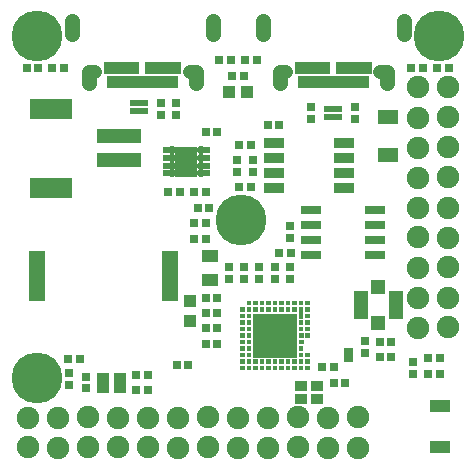
<source format=gts>
G04 ---------------------------- Layer name :TOP SOLDER LAYER*
G04 easyEDA 0.1*
G04 Scale: 100 percent, Rotated: No, Reflected: No *
G04 Dimensions in inches *
G04 leading zeros omitted , absolute positions ,2 integer and 4 * 
%FSLAX24Y24*%
%MOIN*%
G90*
G70D02*

%ADD11C,0.027290*%
%ADD12C,0.051307*%
%ADD13C,0.047370*%
%ADD18C,0.074929*%
%ADD20R,0.031620X0.027685*%
%ADD21R,0.027685X0.031620*%
%ADD22C,0.169420*%
%ADD24R,0.017450X0.017450*%
%ADD25R,0.147370X0.147370*%
%ADD26R,0.017450X0.039102*%
%ADD27R,0.017842X0.017842*%
%ADD28R,0.018630X0.020992*%
%ADD29R,0.039496X0.039496*%
%ADD30R,0.070992X0.031620*%
%ADD31R,0.070992X0.039496*%
%ADD32R,0.055240X0.043433*%
%ADD33R,0.047370X0.049339*%
%ADD34R,0.049339X0.094614*%
%ADD35R,0.041465X0.037527*%
%ADD36R,0.034772X0.021780*%
%ADD37R,0.072960X0.102490*%
%ADD38C,0.021780*%
%ADD40R,0.041465X0.033591*%
%ADD41R,0.067055X0.047370*%
%ADD42R,0.067842X0.033984*%
%ADD43R,0.141858X0.067055*%
%ADD44R,0.145790X0.047370*%
%ADD45R,0.019810X0.039496*%
%ADD46R,0.039496X0.043433*%
%ADD47R,0.055240X0.165480*%

%LPD*%
G54D11*
G01X5298Y24734D02*
G01X5298Y24734D01*
G01X5298Y24990D02*
G01X5298Y24990D01*
G01X5298Y25501D02*
G01X5298Y25501D01*
G01X5298Y25245D02*
G01X5298Y25245D01*
G01X6267Y24734D02*
G01X6267Y24734D01*
G01X6267Y24990D02*
G01X6267Y24990D01*
G01X6267Y25245D02*
G01X6267Y25245D01*
G01X6267Y25501D02*
G01X6267Y25501D01*
G54D12*
G01X13030Y29383D02*
G01X13030Y29816D01*
G01X8330Y29383D02*
G01X8330Y29816D01*
G01X12471Y27752D02*
G01X12471Y28126D01*
G54D13*
G01X12452Y28107D02*
G01X12255Y28107D01*
G54D12*
G01X8890Y27752D02*
G01X8890Y28126D01*
G54D13*
G01X9106Y28107D02*
G01X8909Y28107D01*
G54D12*
G01X6669Y29383D02*
G01X6669Y29816D01*
G01X1969Y29383D02*
G01X1969Y29816D01*
G01X6109Y27752D02*
G01X6109Y28126D01*
G54D13*
G01X6090Y28107D02*
G01X5893Y28107D01*
G54D12*
G01X2528Y27752D02*
G01X2528Y28126D01*
G54D13*
G01X2744Y28107D02*
G01X2547Y28107D01*
G54D18*
G01X14500Y25600D03*
G01X14500Y26600D03*
G01X13501Y26598D03*
G54D20*
G01X11732Y19152D03*
G01X11732Y18757D03*
G54D21*
G01X12225Y19130D03*
G01X12619Y19132D03*
G54D22*
G01X7598Y23198D03*
G54D21*
G01X6161Y23592D03*
G01X6555Y23592D03*
G01X7546Y24292D03*
G01X7940Y24294D03*
G01X12225Y18619D03*
G01X12619Y18621D03*
G01X13838Y18571D03*
G01X14232Y18573D03*
G01X13838Y18061D03*
G01X14232Y18061D03*
G54D20*
G01X13346Y18040D03*
G01X13344Y18434D03*
G54D24*
G01X9826Y19330D03*
G01X9609Y19332D03*
G01X9826Y19548D03*
G01X9826Y20415D03*
G01X9609Y19115D03*
G01X9826Y20198D03*
G01X9609Y20415D03*
G01X9826Y19982D03*
G01X9826Y19765D03*
G01X9609Y19765D03*
G01X9609Y19548D03*
G01X8961Y18248D03*
G01X8094Y18465D03*
G01X8094Y20415D03*
G01X8311Y20415D03*
G01X8526Y20415D03*
G01X8744Y20415D03*
G01X8961Y20415D03*
G01X9176Y20415D03*
G01X9394Y20415D03*
G01X8961Y20198D03*
G01X8744Y20198D03*
G01X8311Y20198D03*
G01X8526Y20198D03*
G01X9394Y20198D03*
G01X9176Y20198D03*
G01X8094Y20198D03*
G01X7878Y20415D03*
G01X7661Y20198D03*
G01X7878Y20198D03*
G01X7661Y19982D03*
G01X7878Y19982D03*
G01X7661Y19765D03*
G01X7878Y19765D03*
G01X7661Y19548D03*
G01X7878Y19548D03*
G01X7661Y19332D03*
G01X7878Y19332D03*
G01X7661Y19115D03*
G01X7878Y19115D03*
G01X7878Y18898D03*
G01X7661Y18898D03*
G01X7661Y18682D03*
G01X7878Y18682D03*
G01X7661Y18248D03*
G01X7878Y18465D03*
G01X7661Y18465D03*
G01X8094Y18248D03*
G01X7878Y18248D03*
G01X8311Y18248D03*
G01X8311Y18465D03*
G01X8526Y18248D03*
G01X8526Y18465D03*
G01X9826Y18682D03*
G01X8744Y18465D03*
G01X8744Y18248D03*
G01X9176Y18248D03*
G01X9394Y18248D03*
G01X9176Y18465D03*
G01X9394Y18465D03*
G01X9826Y18248D03*
G01X9609Y18248D03*
G01X9826Y18465D03*
G01X9609Y18465D03*
G01X9609Y18682D03*
G01X9609Y18898D03*
G01X8961Y18465D03*
G54D25*
G01X8744Y19332D03*
G54D26*
G01X9609Y20088D03*
G54D27*
G01X11278Y18527D03*
G01X11278Y18684D03*
G01X11278Y18840D03*
G01X11119Y18840D03*
G01X11119Y18684D03*
G01X11119Y18527D03*
G54D28*
G01X4409Y27078D03*
G01X4213Y27078D03*
G01X4015Y27078D03*
G01X4015Y26809D03*
G01X4213Y26809D03*
G01X4409Y26809D03*
G54D21*
G01X6432Y22565D03*
G01X6038Y22563D03*
G54D18*
G01X3501Y16598D03*
G01X7501Y16598D03*
G01X10501Y16598D03*
G01X9500Y15600D03*
G54D20*
G01X11409Y26544D03*
G01X11409Y26938D03*
G01X9953Y26546D03*
G01X9951Y26940D03*
G54D29*
G01X7794Y27446D03*
G01X7205Y27446D03*
G54D21*
G01X1842Y18565D03*
G01X2236Y18565D03*
G01X13676Y28238D03*
G01X13282Y28236D03*
G01X1323Y28238D03*
G01X1717Y28238D03*
G54D18*
G01X1501Y16598D03*
G01X13500Y22600D03*
G54D21*
G01X6869Y28509D03*
G01X7263Y28509D03*
G01X8130Y28507D03*
G01X7736Y28507D03*
G01X4113Y18021D03*
G01X4507Y18021D03*
G54D18*
G01X1501Y15598D03*
G01X3500Y15600D03*
G01X2500Y15600D03*
G54D20*
G01X9236Y22584D03*
G01X9236Y22978D03*
G54D30*
G01X12071Y22013D03*
G01X12071Y22513D03*
G01X12071Y23013D03*
G01X12071Y23513D03*
G01X9944Y23513D03*
G01X9944Y23013D03*
G01X9944Y22513D03*
G01X9944Y22013D03*
G54D21*
G01X8865Y22092D03*
G01X9259Y22092D03*
G54D31*
G01X14232Y16969D03*
G01X14232Y15632D03*
G54D21*
G01X11086Y17757D03*
G01X10692Y17755D03*
G54D32*
G01X6559Y21167D03*
G01X6557Y21994D03*
G54D21*
G01X6425Y19061D03*
G01X6819Y19061D03*
G54D20*
G01X8219Y21601D03*
G01X8221Y21207D03*
G01X9244Y21600D03*
G01X9244Y21205D03*
G01X7196Y21601D03*
G01X7198Y21207D03*
G01X7709Y21601D03*
G01X7709Y21207D03*
G01X8732Y21600D03*
G01X8732Y21205D03*
G54D21*
G01X10692Y18269D03*
G01X10298Y18267D03*
G01X6425Y20084D03*
G01X6819Y20084D03*
G01X6425Y20596D03*
G01X6819Y20596D03*
G01X5853Y18352D03*
G01X5459Y18351D03*
G54D33*
G01X12184Y20946D03*
G54D34*
G01X12763Y20348D03*
G54D33*
G01X12184Y19746D03*
G54D34*
G01X11601Y20348D03*
G54D35*
G01X10150Y17221D03*
G01X9617Y17221D03*
G01X10150Y17636D03*
G01X9617Y17636D03*
G54D21*
G01X6819Y26128D03*
G01X6426Y26127D03*
G01X6038Y24103D03*
G01X6432Y24105D03*
G01X7940Y25671D03*
G01X7546Y25669D03*
G54D20*
G01X7486Y24784D03*
G01X7486Y25178D03*
G54D21*
G01X6819Y19571D03*
G01X6425Y19571D03*
G54D36*
G01X5169Y25502D03*
G01X5169Y25246D03*
G01X5169Y24990D03*
G01X5169Y24734D03*
G01X6396Y24734D03*
G01X6396Y24990D03*
G01X6396Y25246D03*
G01X6396Y25502D03*
G54D37*
G01X5782Y25115D03*
G54D38*
G01X5298Y25502D03*
G01X5298Y25246D03*
G01X5298Y24990D03*
G01X5298Y24734D03*
G01X6267Y24734D03*
G01X6267Y24990D03*
G01X6267Y25246D03*
G01X6267Y25502D03*
G54D21*
G01X5567Y24103D03*
G01X5173Y24103D03*
G54D18*
G01X14500Y21600D03*
G01X14501Y22598D03*
G01X14501Y23598D03*
G01X13501Y24598D03*
G01X501Y16598D03*
G01X4501Y16598D03*
G01X5501Y16598D03*
G01X5501Y15598D03*
G01X6500Y15600D03*
G01X8501Y15598D03*
G01X8501Y16598D03*
G01X11501Y15598D03*
G01X11500Y16600D03*
G01X13501Y20598D03*
G01X13501Y19598D03*
G01X13501Y21598D03*
G01X14501Y20598D03*
G01X500Y15600D03*
G01X4500Y15600D03*
G01X6500Y16600D03*
G01X7501Y15598D03*
G01X10501Y15598D03*
G01X9500Y16600D03*
G01X14500Y19600D03*
G54D21*
G01X7303Y27998D03*
G01X7696Y27998D03*
G54D20*
G01X2440Y17961D03*
G01X2442Y17567D03*
G54D40*
G01X3569Y17930D03*
G01X3569Y17596D03*
G01X3000Y17596D03*
G01X3000Y17930D03*
G54D22*
G01X14201Y29302D03*
G54D21*
G01X457Y28238D03*
G01X851Y28238D03*
G54D22*
G01X798Y17917D03*
G54D20*
G01X1861Y17678D03*
G01X1859Y18073D03*
G54D22*
G01X798Y29302D03*
G54D21*
G01X14542Y28238D03*
G01X14148Y28236D03*
G01X4113Y17509D03*
G01X4507Y17509D03*
G01X8884Y26340D03*
G01X8490Y26338D03*
G54D18*
G01X14500Y24600D03*
G54D41*
G01X12519Y25340D03*
G01X12519Y26600D03*
G54D20*
G01X8000Y24784D03*
G01X7998Y25178D03*
G54D42*
G01X11032Y24234D03*
G01X8694Y24234D03*
G01X11032Y24734D03*
G01X11032Y25234D03*
G01X8694Y24734D03*
G01X8694Y25234D03*
G01X11032Y25734D03*
G01X8694Y25734D03*
G54D21*
G01X6432Y23080D03*
G01X6038Y23078D03*
G54D43*
G01X1288Y24255D03*
G54D44*
G01X3551Y25178D03*
G01X3551Y25967D03*
G54D43*
G01X1288Y26892D03*
G54D45*
G01X11763Y27777D03*
G01X11567Y27777D03*
G01X11369Y27777D03*
G01X11173Y27777D03*
G01X10976Y27777D03*
G01X10778Y27777D03*
G01X10582Y27777D03*
G01X10386Y27777D03*
G01X10188Y27777D03*
G01X9992Y27777D03*
G01X9794Y27777D03*
G01X9598Y27777D03*
G01X11861Y28250D03*
G01X11665Y28250D03*
G01X11467Y28250D03*
G01X11271Y28250D03*
G01X11075Y28250D03*
G01X10878Y28250D03*
G01X10484Y28250D03*
G01X10286Y28250D03*
G01X10090Y28250D03*
G01X9894Y28250D03*
G01X9696Y28250D03*
G01X9500Y28250D03*
G54D20*
G01X4940Y26694D03*
G01X4940Y27088D03*
G01X5453Y26696D03*
G01X5451Y27090D03*
G54D28*
G01X10484Y26607D03*
G01X10680Y26607D03*
G01X10878Y26607D03*
G01X10878Y26876D03*
G01X10680Y26876D03*
G01X10484Y26876D03*
G54D46*
G01X5894Y19828D03*
G01X5894Y20498D03*
G54D45*
G01X5401Y27777D03*
G01X5205Y27777D03*
G01X5007Y27777D03*
G01X4811Y27777D03*
G01X4613Y27777D03*
G01X4417Y27777D03*
G01X4221Y27777D03*
G01X4023Y27777D03*
G01X3826Y27777D03*
G01X3630Y27777D03*
G01X3432Y27777D03*
G01X3236Y27777D03*
G01X5500Y28250D03*
G01X5303Y28250D03*
G01X5105Y28250D03*
G01X4909Y28250D03*
G01X4713Y28250D03*
G01X4515Y28250D03*
G01X4121Y28250D03*
G01X3925Y28250D03*
G01X3728Y28250D03*
G01X3532Y28250D03*
G01X3334Y28250D03*
G01X3138Y28250D03*
G54D18*
G01X13501Y25598D03*
G01X14500Y27600D03*
G01X13500Y27600D03*
G01X2500Y16600D03*
G01X13501Y23598D03*
G54D47*
G01X815Y21319D03*
G01X5225Y21319D03*
G36*
G01X9905Y19410D02*
G01X9905Y19253D01*
G01X9747Y19253D01*
G01X9747Y19410D01*
G01X9905Y19410D01*
G37*
G36*
G01X9905Y19628D02*
G01X9905Y19470D01*
G01X9748Y19470D01*
G01X9748Y19628D01*
G01X9905Y19628D01*
G37*
G36*
G01X9692Y19410D02*
G01X9692Y19253D01*
G01X9535Y19253D01*
G01X9535Y19410D01*
G01X9692Y19410D01*
G37*
G36*
G01X9692Y19194D02*
G01X9692Y19036D01*
G01X9535Y19036D01*
G01X9535Y19194D01*
G01X9692Y19194D01*
G37*
G36*
G01X9904Y19842D02*
G01X9904Y19685D01*
G01X9747Y19685D01*
G01X9747Y19842D01*
G01X9904Y19842D01*
G37*
G36*
G01X9905Y20060D02*
G01X9905Y19903D01*
G01X9748Y19903D01*
G01X9748Y20060D01*
G01X9905Y20060D01*
G37*
G36*
G01X9688Y20276D02*
G01X9688Y19902D01*
G01X9530Y19902D01*
G01X9531Y20276D01*
G01X9688Y20276D01*
G37*
G36*
G01X9688Y19843D02*
G01X9688Y19686D01*
G01X9531Y19686D01*
G01X9531Y19843D01*
G01X9688Y19843D01*
G37*
G36*
G01X9688Y19627D02*
G01X9688Y19469D01*
G01X9531Y19469D01*
G01X9531Y19627D01*
G01X9688Y19627D01*
G37*
G36*
G01X9905Y18761D02*
G01X9905Y18603D01*
G01X9747Y18603D01*
G01X9747Y18761D01*
G01X9905Y18761D01*
G37*
G36*
G01X9688Y18761D02*
G01X9688Y18603D01*
G01X9531Y18603D01*
G01X9531Y18761D01*
G01X9688Y18761D01*
G37*
G36*
G01X9688Y18977D02*
G01X9688Y18820D01*
G01X9531Y18820D01*
G01X9531Y18977D01*
G01X9688Y18977D01*
G37*
G36*
G01X9688Y18544D02*
G01X9688Y18387D01*
G01X9531Y18387D01*
G01X9531Y18544D01*
G01X9688Y18544D01*
G37*
G36*
G01X9905Y18544D02*
G01X9905Y18387D01*
G01X9747Y18387D01*
G01X9747Y18544D01*
G01X9905Y18544D01*
G37*
G36*
G01X9904Y18327D02*
G01X9904Y18169D01*
G01X9747Y18169D01*
G01X9747Y18327D01*
G01X9904Y18327D01*
G37*
G36*
G01X9688Y18327D02*
G01X9688Y18169D01*
G01X9530Y18169D01*
G01X9530Y18327D01*
G01X9688Y18327D01*
G37*
G36*
G01X9471Y18543D02*
G01X9471Y18386D01*
G01X9314Y18386D01*
G01X9314Y18543D01*
G01X9471Y18543D01*
G37*
G36*
G01X9471Y18327D02*
G01X9471Y18169D01*
G01X9314Y18169D01*
G01X9314Y18327D01*
G01X9471Y18327D01*
G37*
G36*
G01X9255Y18544D02*
G01X9255Y18387D01*
G01X9098Y18387D01*
G01X9098Y18544D01*
G01X9255Y18544D01*
G37*
G36*
G01X9255Y18327D02*
G01X9255Y18169D01*
G01X9097Y18169D01*
G01X9097Y18327D01*
G01X9255Y18327D01*
G37*
G36*
G01X9039Y18544D02*
G01X9039Y18387D01*
G01X8881Y18387D01*
G01X8881Y18544D01*
G01X9039Y18544D01*
G37*
G36*
G01X9039Y18328D02*
G01X9039Y18170D01*
G01X8881Y18170D01*
G01X8881Y18328D01*
G01X9039Y18328D01*
G37*
G36*
G01X8822Y18544D02*
G01X8822Y18387D01*
G01X8665Y18387D01*
G01X8665Y18544D01*
G01X8822Y18544D01*
G37*
G36*
G01X8822Y18327D02*
G01X8822Y18169D01*
G01X8664Y18169D01*
G01X8664Y18327D01*
G01X8822Y18327D01*
G37*
G36*
G01X8606Y18328D02*
G01X8606Y18170D01*
G01X8448Y18170D01*
G01X8448Y18328D01*
G01X8606Y18328D01*
G37*
G36*
G01X8606Y18544D02*
G01X8606Y18387D01*
G01X8448Y18387D01*
G01X8448Y18544D01*
G01X8606Y18544D01*
G37*
G36*
G01X8389Y18544D02*
G01X8389Y18387D01*
G01X8232Y18387D01*
G01X8232Y18544D01*
G01X8389Y18544D01*
G37*
G36*
G01X8389Y18328D02*
G01X8389Y18170D01*
G01X8232Y18170D01*
G01X8232Y18328D01*
G01X8389Y18328D01*
G37*
G36*
G01X8173Y18328D02*
G01X8173Y18170D01*
G01X8015Y18170D01*
G01X8015Y18328D01*
G01X8173Y18328D01*
G37*
G36*
G01X7956Y18544D02*
G01X7956Y18387D01*
G01X7799Y18387D01*
G01X7799Y18544D01*
G01X7956Y18544D01*
G37*
G36*
G01X7956Y18761D02*
G01X7956Y18603D01*
G01X7799Y18603D01*
G01X7799Y18761D01*
G01X7956Y18761D01*
G37*
G36*
G01X7740Y18544D02*
G01X7740Y18387D01*
G01X7582Y18387D01*
G01X7582Y18544D01*
G01X7740Y18544D01*
G37*
G36*
G01X7743Y18327D02*
G01X7743Y18169D01*
G01X7585Y18169D01*
G01X7585Y18327D01*
G01X7743Y18327D01*
G37*
G36*
G01X7956Y18328D02*
G01X7956Y18170D01*
G01X7799Y18170D01*
G01X7799Y18328D01*
G01X7956Y18328D01*
G37*
G36*
G01X8173Y18544D02*
G01X8173Y18387D01*
G01X8015Y18387D01*
G01X8015Y18544D01*
G01X8173Y18544D01*
G37*
G36*
G01X7740Y18977D02*
G01X7740Y18820D01*
G01X7582Y18820D01*
G01X7582Y18977D01*
G01X7740Y18977D01*
G37*
G36*
G01X7956Y18977D02*
G01X7956Y18820D01*
G01X7799Y18820D01*
G01X7799Y18977D01*
G01X7956Y18977D01*
G37*
G36*
G01X7956Y19410D02*
G01X7956Y19253D01*
G01X7799Y19253D01*
G01X7799Y19410D01*
G01X7956Y19410D01*
G37*
G36*
G01X7740Y19410D02*
G01X7740Y19253D01*
G01X7582Y19253D01*
G01X7582Y19410D01*
G01X7740Y19410D01*
G37*
G36*
G01X7739Y19193D02*
G01X7739Y19036D01*
G01X7582Y19036D01*
G01X7582Y19193D01*
G01X7739Y19193D01*
G37*
G36*
G01X7956Y19194D02*
G01X7956Y19036D01*
G01X7799Y19036D01*
G01X7799Y19194D01*
G01X7956Y19194D01*
G37*
G36*
G01X7740Y18761D02*
G01X7740Y18603D01*
G01X7582Y18603D01*
G01X7582Y18761D01*
G01X7740Y18761D01*
G37*
G36*
G01X7956Y20276D02*
G01X7956Y20119D01*
G01X7799Y20119D01*
G01X7799Y20276D01*
G01X7956Y20276D01*
G37*
G36*
G01X7740Y20276D02*
G01X7740Y20119D01*
G01X7582Y20119D01*
G01X7582Y20276D01*
G01X7740Y20276D01*
G37*
G36*
G01X7740Y20060D02*
G01X7740Y19902D01*
G01X7582Y19902D01*
G01X7582Y20060D01*
G01X7740Y20060D01*
G37*
G36*
G01X7740Y19843D02*
G01X7740Y19686D01*
G01X7582Y19686D01*
G01X7582Y19843D01*
G01X7740Y19843D01*
G37*
G36*
G01X7956Y19627D02*
G01X7956Y19469D01*
G01X7799Y19469D01*
G01X7799Y19627D01*
G01X7956Y19627D01*
G37*
G36*
G01X7956Y20060D02*
G01X7956Y19902D01*
G01X7799Y19902D01*
G01X7799Y20060D01*
G01X7956Y20060D01*
G37*
G36*
G01X7956Y19843D02*
G01X7956Y19686D01*
G01X7799Y19686D01*
G01X7799Y19843D01*
G01X7956Y19843D01*
G37*
G36*
G01X7740Y19627D02*
G01X7740Y19469D01*
G01X7582Y19469D01*
G01X7582Y19627D01*
G01X7740Y19627D01*
G37*
G36*
G01X8173Y20493D02*
G01X8173Y20336D01*
G01X8015Y20336D01*
G01X8015Y20493D01*
G01X8173Y20493D01*
G37*
G36*
G01X8173Y20276D02*
G01X8173Y20119D01*
G01X8015Y20119D01*
G01X8015Y20276D01*
G01X8173Y20276D01*
G37*
G36*
G01X7956Y20493D02*
G01X7956Y20336D01*
G01X7799Y20336D01*
G01X7799Y20493D01*
G01X7956Y20493D01*
G37*
G36*
G01X8606Y20493D02*
G01X8606Y20336D01*
G01X8448Y20336D01*
G01X8448Y20493D01*
G01X8606Y20493D01*
G37*
G36*
G01X8606Y20276D02*
G01X8606Y20119D01*
G01X8448Y20119D01*
G01X8448Y20276D01*
G01X8606Y20276D01*
G37*
G36*
G01X8389Y20493D02*
G01X8389Y20336D01*
G01X8232Y20336D01*
G01X8232Y20493D01*
G01X8389Y20493D01*
G37*
G36*
G01X8389Y20276D02*
G01X8389Y20119D01*
G01X8232Y20119D01*
G01X8232Y20276D01*
G01X8389Y20276D01*
G37*
G36*
G01X9039Y20493D02*
G01X9039Y20336D01*
G01X8881Y20336D01*
G01X8881Y20493D01*
G01X9039Y20493D01*
G37*
G36*
G01X9038Y20276D02*
G01X9038Y20118D01*
G01X8881Y20118D01*
G01X8881Y20276D01*
G01X9038Y20276D01*
G37*
G36*
G01X8822Y20493D02*
G01X8822Y20336D01*
G01X8665Y20336D01*
G01X8665Y20493D01*
G01X8822Y20493D01*
G37*
G36*
G01X8822Y20276D02*
G01X8822Y20119D01*
G01X8665Y20119D01*
G01X8665Y20276D01*
G01X8822Y20276D01*
G37*
G36*
G01X9472Y20493D02*
G01X9472Y20336D01*
G01X9314Y20336D01*
G01X9314Y20493D01*
G01X9472Y20493D01*
G37*
G36*
G01X9472Y20276D02*
G01X9472Y20119D01*
G01X9314Y20119D01*
G01X9314Y20276D01*
G01X9472Y20276D01*
G37*
G36*
G01X9255Y20493D02*
G01X9255Y20336D01*
G01X9098Y20336D01*
G01X9098Y20493D01*
G01X9255Y20493D01*
G37*
G36*
G01X9255Y20276D02*
G01X9255Y20119D01*
G01X9098Y20119D01*
G01X9098Y20276D01*
G01X9255Y20276D01*
G37*
G36*
G01X9905Y20276D02*
G01X9905Y20119D01*
G01X9747Y20119D01*
G01X9747Y20276D01*
G01X9905Y20276D01*
G37*
G36*
G01X9904Y20496D02*
G01X9904Y20339D01*
G01X9747Y20339D01*
G01X9747Y20496D01*
G01X9904Y20496D01*
G37*
G36*
G01X9688Y20493D02*
G01X9688Y20336D01*
G01X9531Y20336D01*
G01X9531Y20493D01*
G01X9688Y20493D01*
G37*
G36*
G01X9472Y20060D02*
G01X9467Y18591D01*
G01X8022Y18602D01*
G01X8019Y20060D01*
G01X9472Y20060D01*
G37*
G36*
G01X11041Y18447D02*
G01X11356Y18447D01*
G01X11356Y18920D01*
G01X11041Y18920D01*
G01X11041Y18447D01*
G37*
G36*
G01X4480Y26892D02*
G01X4480Y26727D01*
G01X4338Y26727D01*
G01X4338Y26892D01*
G01X4480Y26892D01*
G37*
G36*
G01X4282Y26893D02*
G01X4282Y26728D01*
G01X4141Y26728D01*
G01X4141Y26893D01*
G01X4282Y26893D01*
G37*
G36*
G01X4480Y27160D02*
G01X4480Y26995D01*
G01X4338Y26995D01*
G01X4338Y27160D01*
G01X4480Y27160D01*
G37*
G36*
G01X4283Y27160D02*
G01X4283Y26995D01*
G01X4142Y26995D01*
G01X4142Y27160D01*
G01X4283Y27160D01*
G37*
G36*
G01X4086Y27160D02*
G01X4086Y26995D01*
G01X3945Y26995D01*
G01X3945Y27160D01*
G01X4086Y27160D01*
G37*
G36*
G01X4086Y26892D02*
G01X4086Y26727D01*
G01X3945Y26727D01*
G01X3945Y26892D01*
G01X4086Y26892D01*
G37*
G36*
G01X5003Y24639D02*
G01X5003Y24832D01*
G01X5302Y24832D01*
G01X5302Y24639D01*
G01X5003Y24639D01*
G37*
G36*
G01X5432Y24615D02*
G01X5432Y25615D01*
G01X6137Y25615D01*
G01X6137Y24615D01*
G01X5432Y24615D01*
G37*
G36*
G01X6562Y25596D02*
G01X6562Y25403D01*
G01X6263Y25403D01*
G01X6263Y25596D01*
G01X6562Y25596D01*
G37*
G36*
G01X6562Y25340D02*
G01X6562Y25147D01*
G01X6263Y25147D01*
G01X6263Y25340D01*
G01X6562Y25340D01*
G37*
G36*
G01X6562Y25084D02*
G01X6562Y24891D01*
G01X6263Y24891D01*
G01X6263Y25084D01*
G01X6562Y25084D01*
G37*
G36*
G01X6562Y24828D02*
G01X6562Y24635D01*
G01X6263Y24635D01*
G01X6263Y24828D01*
G01X6562Y24828D01*
G37*
G36*
G01X5003Y25407D02*
G01X5003Y25600D01*
G01X5302Y25600D01*
G01X5302Y25407D01*
G01X5003Y25407D01*
G37*
G36*
G01X5003Y25151D02*
G01X5003Y25344D01*
G01X5302Y25344D01*
G01X5302Y25151D01*
G01X5003Y25151D01*
G37*
G36*
G01X5003Y24895D02*
G01X5003Y25088D01*
G01X5302Y25088D01*
G01X5302Y24895D01*
G01X5003Y24895D01*
G37*
G36*
G01X10413Y26793D02*
G01X10413Y26958D01*
G01X10555Y26958D01*
G01X10555Y26793D01*
G01X10413Y26793D01*
G37*
G36*
G01X10611Y26792D02*
G01X10611Y26957D01*
G01X10752Y26957D01*
G01X10752Y26792D01*
G01X10611Y26792D01*
G37*
G36*
G01X10413Y26525D02*
G01X10413Y26690D01*
G01X10555Y26690D01*
G01X10555Y26525D01*
G01X10413Y26525D01*
G37*
G36*
G01X10610Y26525D02*
G01X10610Y26690D01*
G01X10751Y26690D01*
G01X10751Y26525D01*
G01X10610Y26525D01*
G37*
G36*
G01X10807Y26525D02*
G01X10807Y26690D01*
G01X10948Y26690D01*
G01X10948Y26525D01*
G01X10807Y26525D01*
G37*
G36*
G01X10807Y26793D02*
G01X10807Y26958D01*
G01X10948Y26958D01*
G01X10948Y26793D01*
G01X10807Y26793D01*
G37*

M00*
M02*
</source>
